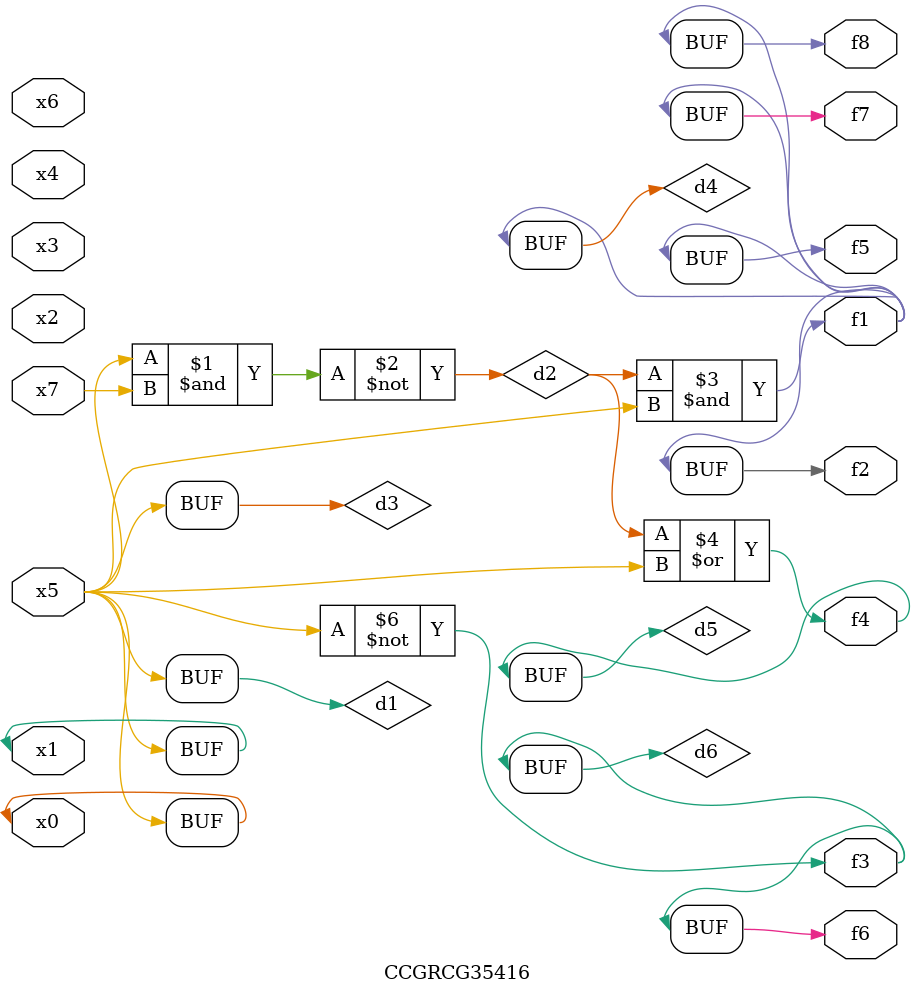
<source format=v>
module CCGRCG35416(
	input x0, x1, x2, x3, x4, x5, x6, x7,
	output f1, f2, f3, f4, f5, f6, f7, f8
);

	wire d1, d2, d3, d4, d5, d6;

	buf (d1, x0, x5);
	nand (d2, x5, x7);
	buf (d3, x0, x1);
	and (d4, d2, d3);
	or (d5, d2, d3);
	nor (d6, d1, d3);
	assign f1 = d4;
	assign f2 = d4;
	assign f3 = d6;
	assign f4 = d5;
	assign f5 = d4;
	assign f6 = d6;
	assign f7 = d4;
	assign f8 = d4;
endmodule

</source>
